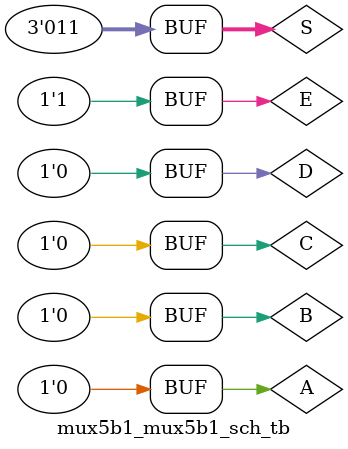
<source format=v>

`timescale 1ns / 1ps

module mux5b1_mux5b1_sch_tb();

// Inputs
   reg A;
   reg B;
   reg C;
   reg D;
   reg E;
   reg [2:0] S;

// Output
   wire O;

// Bidirs

// Instantiate the UUT
   mux5b1 UUT (
		.A(A), 
		.B(B), 
		.C(C), 
		.D(D), 
		.E(E), 
		.S(S), 
		.O(O)
   );
// Initialize Inputs
      initial begin
			A = 0;
			B = 0;
			C = 0;
			D = 0;
			E = 1;
			S = 3;
		end
endmodule

</source>
